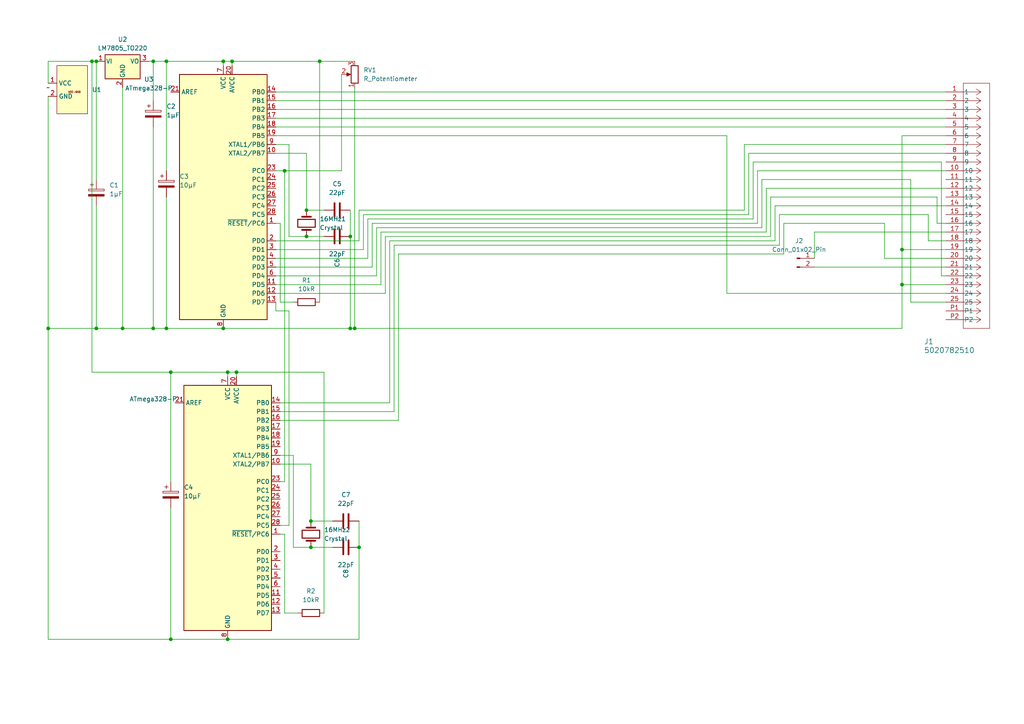
<source format=kicad_sch>
(kicad_sch (version 20230121) (generator eeschema)
  (paper "A4")
  (lib_symbols
    (symbol "2024-03-11_19-24-41:5020782510" (pin_names (offset 0.254))
      (property "Reference" "J" (at 8.89 6.35 0))
      (property "Value" "5020782510" (at -2.54 2.54 0))
      (symbol "5020782510_1_1"
        (polyline (pts (xy 5.08 -68.58) (xy 12.7 -68.58)) (stroke (width 0.127)))
        (polyline (pts (xy 5.08 2.54) (xy 5.08 -68.58)) (stroke (width 0.127)))
        (polyline (pts (xy 10.16 -66.04) (xy 5.08 -66.04)) (stroke (width 0.127)))
        (polyline (pts (xy 10.16 -66.04) (xy 8.89 -66.8867)) (stroke (width 0.127)))
        (polyline (pts (xy 10.16 -66.04) (xy 8.89 -65.1933)) (stroke (width 0.127)))
        (polyline (pts (xy 10.16 -63.5) (xy 5.08 -63.5)) (stroke (width 0.127)))
        (polyline (pts (xy 10.16 -63.5) (xy 8.89 -64.3467)) (stroke (width 0.127)))
        (polyline (pts (xy 10.16 -63.5) (xy 8.89 -62.6533)) (stroke (width 0.127)))
        (polyline (pts (xy 10.16 -60.96) (xy 5.08 -60.96)) (stroke (width 0.127)))
        (polyline (pts (xy 10.16 -60.96) (xy 8.89 -61.8067)) (stroke (width 0.127)))
        (polyline (pts (xy 10.16 -60.96) (xy 8.89 -60.1133)) (stroke (width 0.127)))
        (polyline (pts (xy 10.16 -58.42) (xy 5.08 -58.42)) (stroke (width 0.127)))
        (polyline (pts (xy 10.16 -58.42) (xy 8.89 -59.2667)) (stroke (width 0.127)))
        (polyline (pts (xy 10.16 -58.42) (xy 8.89 -57.5733)) (stroke (width 0.127)))
        (polyline (pts (xy 10.16 -55.88) (xy 5.08 -55.88)) (stroke (width 0.127)))
        (polyline (pts (xy 10.16 -55.88) (xy 8.89 -56.7267)) (stroke (width 0.127)))
        (polyline (pts (xy 10.16 -55.88) (xy 8.89 -55.0333)) (stroke (width 0.127)))
        (polyline (pts (xy 10.16 -53.34) (xy 5.08 -53.34)) (stroke (width 0.127)))
        (polyline (pts (xy 10.16 -53.34) (xy 8.89 -54.1867)) (stroke (width 0.127)))
        (polyline (pts (xy 10.16 -53.34) (xy 8.89 -52.4933)) (stroke (width 0.127)))
        (polyline (pts (xy 10.16 -50.8) (xy 5.08 -50.8)) (stroke (width 0.127)))
        (polyline (pts (xy 10.16 -50.8) (xy 8.89 -51.6467)) (stroke (width 0.127)))
        (polyline (pts (xy 10.16 -50.8) (xy 8.89 -49.9533)) (stroke (width 0.127)))
        (polyline (pts (xy 10.16 -48.26) (xy 5.08 -48.26)) (stroke (width 0.127)))
        (polyline (pts (xy 10.16 -48.26) (xy 8.89 -49.1067)) (stroke (width 0.127)))
        (polyline (pts (xy 10.16 -48.26) (xy 8.89 -47.4133)) (stroke (width 0.127)))
        (polyline (pts (xy 10.16 -45.72) (xy 5.08 -45.72)) (stroke (width 0.127)))
        (polyline (pts (xy 10.16 -45.72) (xy 8.89 -46.5667)) (stroke (width 0.127)))
        (polyline (pts (xy 10.16 -45.72) (xy 8.89 -44.8733)) (stroke (width 0.127)))
        (polyline (pts (xy 10.16 -43.18) (xy 5.08 -43.18)) (stroke (width 0.127)))
        (polyline (pts (xy 10.16 -43.18) (xy 8.89 -44.0267)) (stroke (width 0.127)))
        (polyline (pts (xy 10.16 -43.18) (xy 8.89 -42.3333)) (stroke (width 0.127)))
        (polyline (pts (xy 10.16 -40.64) (xy 5.08 -40.64)) (stroke (width 0.127)))
        (polyline (pts (xy 10.16 -40.64) (xy 8.89 -41.4867)) (stroke (width 0.127)))
        (polyline (pts (xy 10.16 -40.64) (xy 8.89 -39.7933)) (stroke (width 0.127)))
        (polyline (pts (xy 10.16 -38.1) (xy 5.08 -38.1)) (stroke (width 0.127)))
        (polyline (pts (xy 10.16 -38.1) (xy 8.89 -38.9467)) (stroke (width 0.127)))
        (polyline (pts (xy 10.16 -38.1) (xy 8.89 -37.2533)) (stroke (width 0.127)))
        (polyline (pts (xy 10.16 -35.56) (xy 5.08 -35.56)) (stroke (width 0.127)))
        (polyline (pts (xy 10.16 -35.56) (xy 8.89 -36.4067)) (stroke (width 0.127)))
        (polyline (pts (xy 10.16 -35.56) (xy 8.89 -34.7133)) (stroke (width 0.127)))
        (polyline (pts (xy 10.16 -33.02) (xy 5.08 -33.02)) (stroke (width 0.127)))
        (polyline (pts (xy 10.16 -33.02) (xy 8.89 -33.8667)) (stroke (width 0.127)))
        (polyline (pts (xy 10.16 -33.02) (xy 8.89 -32.1733)) (stroke (width 0.127)))
        (polyline (pts (xy 10.16 -30.48) (xy 5.08 -30.48)) (stroke (width 0.127)))
        (polyline (pts (xy 10.16 -30.48) (xy 8.89 -31.3267)) (stroke (width 0.127)))
        (polyline (pts (xy 10.16 -30.48) (xy 8.89 -29.6333)) (stroke (width 0.127)))
        (polyline (pts (xy 10.16 -27.94) (xy 5.08 -27.94)) (stroke (width 0.127)))
        (polyline (pts (xy 10.16 -27.94) (xy 8.89 -28.7867)) (stroke (width 0.127)))
        (polyline (pts (xy 10.16 -27.94) (xy 8.89 -27.0933)) (stroke (width 0.127)))
        (polyline (pts (xy 10.16 -25.4) (xy 5.08 -25.4)) (stroke (width 0.127)))
        (polyline (pts (xy 10.16 -25.4) (xy 8.89 -26.2467)) (stroke (width 0.127)))
        (polyline (pts (xy 10.16 -25.4) (xy 8.89 -24.5533)) (stroke (width 0.127)))
        (polyline (pts (xy 10.16 -22.86) (xy 5.08 -22.86)) (stroke (width 0.127)))
        (polyline (pts (xy 10.16 -22.86) (xy 8.89 -23.7067)) (stroke (width 0.127)))
        (polyline (pts (xy 10.16 -22.86) (xy 8.89 -22.0133)) (stroke (width 0.127)))
        (polyline (pts (xy 10.16 -20.32) (xy 5.08 -20.32)) (stroke (width 0.127)))
        (polyline (pts (xy 10.16 -20.32) (xy 8.89 -21.1667)) (stroke (width 0.127)))
        (polyline (pts (xy 10.16 -20.32) (xy 8.89 -19.4733)) (stroke (width 0.127)))
        (polyline (pts (xy 10.16 -17.78) (xy 5.08 -17.78)) (stroke (width 0.127)))
        (polyline (pts (xy 10.16 -17.78) (xy 8.89 -18.6267)) (stroke (width 0.127)))
        (polyline (pts (xy 10.16 -17.78) (xy 8.89 -16.9333)) (stroke (width 0.127)))
        (polyline (pts (xy 10.16 -15.24) (xy 5.08 -15.24)) (stroke (width 0.127)))
        (polyline (pts (xy 10.16 -15.24) (xy 8.89 -16.0867)) (stroke (width 0.127)))
        (polyline (pts (xy 10.16 -15.24) (xy 8.89 -14.3933)) (stroke (width 0.127)))
        (polyline (pts (xy 10.16 -12.7) (xy 5.08 -12.7)) (stroke (width 0.127)))
        (polyline (pts (xy 10.16 -12.7) (xy 8.89 -13.5467)) (stroke (width 0.127)))
        (polyline (pts (xy 10.16 -12.7) (xy 8.89 -11.8533)) (stroke (width 0.127)))
        (polyline (pts (xy 10.16 -10.16) (xy 5.08 -10.16)) (stroke (width 0.127)))
        (polyline (pts (xy 10.16 -10.16) (xy 8.89 -11.0067)) (stroke (width 0.127)))
        (polyline (pts (xy 10.16 -10.16) (xy 8.89 -9.3133)) (stroke (width 0.127)))
        (polyline (pts (xy 10.16 -7.62) (xy 5.08 -7.62)) (stroke (width 0.127)))
        (polyline (pts (xy 10.16 -7.62) (xy 8.89 -8.4667)) (stroke (width 0.127)))
        (polyline (pts (xy 10.16 -7.62) (xy 8.89 -6.7733)) (stroke (width 0.127)))
        (polyline (pts (xy 10.16 -5.08) (xy 5.08 -5.08)) (stroke (width 0.127)))
        (polyline (pts (xy 10.16 -5.08) (xy 8.89 -5.9267)) (stroke (width 0.127)))
        (polyline (pts (xy 10.16 -5.08) (xy 8.89 -4.2333)) (stroke (width 0.127)))
        (polyline (pts (xy 10.16 -2.54) (xy 5.08 -2.54)) (stroke (width 0.127)))
        (polyline (pts (xy 10.16 -2.54) (xy 8.89 -3.3867)) (stroke (width 0.127)))
        (polyline (pts (xy 10.16 -2.54) (xy 8.89 -1.6933)) (stroke (width 0.127)))
        (polyline (pts (xy 10.16 0) (xy 5.08 0)) (stroke (width 0.127)))
        (polyline (pts (xy 10.16 0) (xy 8.89 -0.8467)) (stroke (width 0.127)))
        (polyline (pts (xy 10.16 0) (xy 8.89 0.8467)) (stroke (width 0.127)))
        (polyline (pts (xy 12.7 -68.58) (xy 12.7 2.54)) (stroke (width 0.127)))
        (polyline (pts (xy 12.7 2.54) (xy 5.08 2.54)) (stroke (width 0.127)))
        (pin unspecified line (at 0 0 0) (length 5.08) (name "1") (number "1"))
        (pin unspecified line (at 0 -22.86 0) (length 5.08) (name "10") (number "10"))
        (pin unspecified line (at 0 -25.4 0) (length 5.08) (name "11") (number "11"))
        (pin unspecified line (at 0 -27.94 0) (length 5.08) (name "12") (number "12"))
        (pin unspecified line (at 0 -30.48 0) (length 5.08) (name "13") (number "13"))
        (pin unspecified line (at 0 -33.02 0) (length 5.08) (name "14") (number "14"))
        (pin unspecified line (at 0 -35.56 0) (length 5.08) (name "15") (number "15"))
        (pin unspecified line (at 0 -38.1 0) (length 5.08) (name "16") (number "16"))
        (pin unspecified line (at 0 -40.64 0) (length 5.08) (name "17") (number "17"))
        (pin unspecified line (at 0 -43.18 0) (length 5.08) (name "18") (number "18"))
        (pin unspecified line (at 0 -45.72 0) (length 5.08) (name "19") (number "19"))
        (pin unspecified line (at 0 -2.54 0) (length 5.08) (name "2") (number "2"))
        (pin unspecified line (at 0 -48.26 0) (length 5.08) (name "20") (number "20"))
        (pin unspecified line (at 0 -50.8 0) (length 5.08) (name "21") (number "21"))
        (pin unspecified line (at 0 -53.34 0) (length 5.08) (name "22") (number "22"))
        (pin unspecified line (at 0 -55.88 0) (length 5.08) (name "23") (number "23"))
        (pin unspecified line (at 0 -58.42 0) (length 5.08) (name "24") (number "24"))
        (pin unspecified line (at 0 -60.96 0) (length 5.08) (name "25") (number "25"))
        (pin unspecified line (at 0 -5.08 0) (length 5.08) (name "3") (number "3"))
        (pin unspecified line (at 0 -7.62 0) (length 5.08) (name "4") (number "4"))
        (pin unspecified line (at 0 -10.16 0) (length 5.08) (name "5") (number "5"))
        (pin unspecified line (at 0 -12.7 0) (length 5.08) (name "6") (number "6"))
        (pin unspecified line (at 0 -15.24 0) (length 5.08) (name "7") (number "7"))
        (pin unspecified line (at 0 -17.78 0) (length 5.08) (name "8") (number "8"))
        (pin unspecified line (at 0 -20.32 0) (length 5.08) (name "9") (number "9"))
        (pin unspecified line (at 0 -63.5 0) (length 5.08) (name "P1") (number "P1"))
        (pin unspecified line (at 0 -66.04 0) (length 5.08) (name "P2") (number "P2"))
      )
      (symbol "5020782510_1_2"
        (polyline (pts (xy 5.08 -68.58) (xy 12.7 -68.58)) (stroke (width 0.127)))
        (polyline (pts (xy 5.08 2.54) (xy 5.08 -68.58)) (stroke (width 0.127)))
        (polyline (pts (xy 7.62 -66.04) (xy 5.08 -66.04)) (stroke (width 0.127)))
        (polyline (pts (xy 7.62 -66.04) (xy 8.89 -66.8867)) (stroke (width 0.127)))
        (polyline (pts (xy 7.62 -66.04) (xy 8.89 -65.1933)) (stroke (width 0.127)))
        (polyline (pts (xy 7.62 -63.5) (xy 5.08 -63.5)) (stroke (width 0.127)))
        (polyline (pts (xy 7.62 -63.5) (xy 8.89 -64.3467)) (stroke (width 0.127)))
        (polyline (pts (xy 7.62 -63.5) (xy 8.89 -62.6533)) (stroke (width 0.127)))
        (polyline (pts (xy 7.62 -60.96) (xy 5.08 -60.96)) (stroke (width 0.127)))
        (polyline (pts (xy 7.62 -60.96) (xy 8.89 -61.8067)) (stroke (width 0.127)))
        (polyline (pts (xy 7.62 -60.96) (xy 8.89 -60.1133)) (stroke (width 0.127)))
        (polyline (pts (xy 7.62 -58.42) (xy 5.08 -58.42)) (stroke (width 0.127)))
        (polyline (pts (xy 7.62 -58.42) (xy 8.89 -59.2667)) (stroke (width 0.127)))
        (polyline (pts (xy 7.62 -58.42) (xy 8.89 -57.5733)) (stroke (width 0.127)))
        (polyline (pts (xy 7.62 -55.88) (xy 5.08 -55.88)) (stroke (width 0.127)))
        (polyline (pts (xy 7.62 -55.88) (xy 8.89 -56.7267)) (stroke (width 0.127)))
        (polyline (pts (xy 7.62 -55.88) (xy 8.89 -55.0333)) (stroke (width 0.127)))
        (polyline (pts (xy 7.62 -53.34) (xy 5.08 -53.34)) (stroke (width 0.127)))
        (polyline (pts (xy 7.62 -53.34) (xy 8.89 -54.1867)) (stroke (width 0.127)))
        (polyline (pts (xy 7.62 -53.34) (xy 8.89 -52.4933)) (stroke (width 0.127)))
        (polyline (pts (xy 7.62 -50.8) (xy 5.08 -50.8)) (stroke (width 0.127)))
        (polyline (pts (xy 7.62 -50.8) (xy 8.89 -51.6467)) (stroke (width 0.127)))
        (polyline (pts (xy 7.62 -50.8) (xy 8.89 -49.9533)) (stroke (width 0.127)))
        (polyline (pts (xy 7.62 -48.26) (xy 5.08 -48.26)) (stroke (width 0.127)))
        (polyline (pts (xy 7.62 -48.26) (xy 8.89 -49.1067)) (stroke (width 0.127)))
        (polyline (pts (xy 7.62 -48.26) (xy 8.89 -47.4133)) (stroke (width 0.127)))
        (polyline (pts (xy 7.62 -45.72) (xy 5.08 -45.72)) (stroke (width 0.127)))
        (polyline (pts (xy 7.62 -45.72) (xy 8.89 -46.5667)) (stroke (width 0.127)))
        (polyline (pts (xy 7.62 -45.72) (xy 8.89 -44.8733)) (stroke (width 0.127)))
        (polyline (pts (xy 7.62 -43.18) (xy 5.08 -43.18)) (stroke (width 0.127)))
        (polyline (pts (xy 7.62 -43.18) (xy 8.89 -44.0267)) (stroke (width 0.127)))
        (polyline (pts (xy 7.62 -43.18) (xy 8.89 -42.3333)) (stroke (width 0.127)))
        (polyline (pts (xy 7.62 -40.64) (xy 5.08 -40.64)) (stroke (width 0.127)))
        (polyline (pts (xy 7.62 -40.64) (xy 8.89 -41.4867)) (stroke (width 0.127)))
        (polyline (pts (xy 7.62 -40.64) (xy 8.89 -39.7933)) (stroke (width 0.127)))
        (polyline (pts (xy 7.62 -38.1) (xy 5.08 -38.1)) (stroke (width 0.127)))
        (polyline (pts (xy 7.62 -38.1) (xy 8.89 -38.9467)) (stroke (width 0.127)))
        (polyline (pts (xy 7.62 -38.1) (xy 8.89 -37.2533)) (stroke (width 0.127)))
        (polyline (pts (xy 7.62 -35.56) (xy 5.08 -35.56)) (stroke (width 0.127)))
        (polyline (pts (xy 7.62 -35.56) (xy 8.89 -36.4067)) (stroke (width 0.127)))
        (polyline (pts (xy 7.62 -35.56) (xy 8.89 -34.7133)) (stroke (width 0.127)))
        (polyline (pts (xy 7.62 -33.02) (xy 5.08 -33.02)) (stroke (width 0.127)))
        (polyline (pts (xy 7.62 -33.02) (xy 8.89 -33.8667)) (stroke (width 0.127)))
        (polyline (pts (xy 7.62 -33.02) (xy 8.89 -32.1733)) (stroke (width 0.127)))
        (polyline (pts (xy 7.62 -30.48) (xy 5.08 -30.48)) (stroke (width 0.127)))
        (polyline (pts (xy 7.62 -30.48) (xy 8.89 -31.3267)) (stroke (width 0.127)))
        (polyline (pts (xy 7.62 -30.48) (xy 8.89 -29.6333)) (stroke (width 0.127)))
        (polyline (pts (xy 7.62 -27.94) (xy 5.08 -27.94)) (stroke (width 0.127)))
        (polyline (pts (xy 7.62 -27.94) (xy 8.89 -28.7867)) (stroke (width 0.127)))
        (polyline (pts (xy 7.62 -27.94) (xy 8.89 -27.0933)) (stroke (width 0.127)))
        (polyline (pts (xy 7.62 -25.4) (xy 5.08 -25.4)) (stroke (width 0.127)))
        (polyline (pts (xy 7.62 -25.4) (xy 8.89 -26.2467)) (stroke (width 0.127)))
        (polyline (pts (xy 7.62 -25.4) (xy 8.89 -24.5533)) (stroke (width 0.127)))
        (polyline (pts (xy 7.62 -22.86) (xy 5.08 -22.86)) (stroke (width 0.127)))
        (polyline (pts (xy 7.62 -22.86) (xy 8.89 -23.7067)) (stroke (width 0.127)))
        (polyline (pts (xy 7.62 -22.86) (xy 8.89 -22.0133)) (stroke (width 0.127)))
        (polyline (pts (xy 7.62 -20.32) (xy 5.08 -20.32)) (stroke (width 0.127)))
        (polyline (pts (xy 7.62 -20.32) (xy 8.89 -21.1667)) (stroke (width 0.127)))
        (polyline (pts (xy 7.62 -20.32) (xy 8.89 -19.4733)) (stroke (width 0.127)))
        (polyline (pts (xy 7.62 -17.78) (xy 5.08 -17.78)) (stroke (width 0.127)))
        (polyline (pts (xy 7.62 -17.78) (xy 8.89 -18.6267)) (stroke (width 0.127)))
        (polyline (pts (xy 7.62 -17.78) (xy 8.89 -16.9333)) (stroke (width 0.127)))
        (polyline (pts (xy 7.62 -15.24) (xy 5.08 -15.24)) (stroke (width 0.127)))
        (polyline (pts (xy 7.62 -15.24) (xy 8.89 -16.0867)) (stroke (width 0.127)))
        (polyline (pts (xy 7.62 -15.24) (xy 8.89 -14.3933)) (stroke (width 0.127)))
        (polyline (pts (xy 7.62 -12.7) (xy 5.08 -12.7)) (stroke (width 0.127)))
        (polyline (pts (xy 7.62 -12.7) (xy 8.89 -13.5467)) (stroke (width 0.127)))
        (polyline (pts (xy 7.62 -12.7) (xy 8.89 -11.8533)) (stroke (width 0.127)))
        (polyline (pts (xy 7.62 -10.16) (xy 5.08 -10.16)) (stroke (width 0.127)))
        (polyline (pts (xy 7.62 -10.16) (xy 8.89 -11.0067)) (stroke (width 0.127)))
        (polyline (pts (xy 7.62 -10.16) (xy 8.89 -9.3133)) (stroke (width 0.127)))
        (polyline (pts (xy 7.62 -7.62) (xy 5.08 -7.62)) (stroke (width 0.127)))
        (polyline (pts (xy 7.62 -7.62) (xy 8.89 -8.4667)) (stroke (width 0.127)))
        (polyline (pts (xy 7.62 -7.62) (xy 8.89 -6.7733)) (stroke (width 0.127)))
        (polyline (pts (xy 7.62 -5.08) (xy 5.08 -5.08)) (stroke (width 0.127)))
        (polyline (pts (xy 7.62 -5.08) (xy 8.89 -5.9267)) (stroke (width 0.127)))
        (polyline (pts (xy 7.62 -5.08) (xy 8.89 -4.2333)) (stroke (width 0.127)))
        (polyline (pts (xy 7.62 -2.54) (xy 5.08 -2.54)) (stroke (width 0.127)))
        (polyline (pts (xy 7.62 -2.54) (xy 8.89 -3.3867)) (stroke (width 0.127)))
        (polyline (pts (xy 7.62 -2.54) (xy 8.89 -1.6933)) (stroke (width 0.127)))
        (polyline (pts (xy 7.62 0) (xy 5.08 0)) (stroke (width 0.127)))
        (polyline (pts (xy 7.62 0) (xy 8.89 -0.8467)) (stroke (width 0.127)))
        (polyline (pts (xy 7.62 0) (xy 8.89 0.8467)) (stroke (width 0.127)))
        (polyline (pts (xy 12.7 -68.58) (xy 12.7 2.54)) (stroke (width 0.127)))
        (polyline (pts (xy 12.7 2.54) (xy 5.08 2.54)) (stroke (width 0.127)))
        (pin unspecified line (at 0 0 0) (length 5.08) (name "1") (number "1"))
        (pin unspecified line (at 0 -22.86 0) (length 5.08) (name "10") (number "10"))
        (pin unspecified line (at 0 -25.4 0) (length 5.08) (name "11") (number "11"))
        (pin unspecified line (at 0 -27.94 0) (length 5.08) (name "12") (number "12"))
        (pin unspecified line (at 0 -30.48 0) (length 5.08) (name "13") (number "13"))
        (pin unspecified line (at 0 -33.02 0) (length 5.08) (name "14") (number "14"))
        (pin unspecified line (at 0 -35.56 0) (length 5.08) (name "15") (number "15"))
        (pin unspecified line (at 0 -38.1 0) (length 5.08) (name "16") (number "16"))
        (pin unspecified line (at 0 -40.64 0) (length 5.08) (name "17") (number "17"))
        (pin unspecified line (at 0 -43.18 0) (length 5.08) (name "18") (number "18"))
        (pin unspecified line (at 0 -45.72 0) (length 5.08) (name "19") (number "19"))
        (pin unspecified line (at 0 -2.54 0) (length 5.08) (name "2") (number "2"))
        (pin unspecified line (at 0 -48.26 0) (length 5.08) (name "20") (number "20"))
        (pin unspecified line (at 0 -50.8 0) (length 5.08) (name "21") (number "21"))
        (pin unspecified line (at 0 -53.34 0) (length 5.08) (name "22") (number "22"))
        (pin unspecified line (at 0 -55.88 0) (length 5.08) (name "23") (number "23"))
        (pin unspecified line (at 0 -58.42 0) (length 5.08) (name "24") (number "24"))
        (pin unspecified line (at 0 -60.96 0) (length 5.08) (name "25") (number "25"))
        (pin unspecified line (at 0 -5.08 0) (length 5.08) (name "3") (number "3"))
        (pin unspecified line (at 0 -7.62 0) (length 5.08) (name "4") (number "4"))
        (pin unspecified line (at 0 -10.16 0) (length 5.08) (name "5") (number "5"))
        (pin unspecified line (at 0 -12.7 0) (length 5.08) (name "6") (number "6"))
        (pin unspecified line (at 0 -15.24 0) (length 5.08) (name "7") (number "7"))
        (pin unspecified line (at 0 -17.78 0) (length 5.08) (name "8") (number "8"))
        (pin unspecified line (at 0 -20.32 0) (length 5.08) (name "9") (number "9"))
        (pin unspecified line (at 0 -63.5 0) (length 5.08) (name "P1") (number "P1"))
        (pin unspecified line (at 0 -66.04 0) (length 5.08) (name "P2") (number "P2"))
      )
    )
    (symbol "Connector:Conn_01x02_Pin" (pin_names (offset 1.016) hide)
      (property "Reference" "J" (at 0 2.54 0))
      (property "Value" "Conn_01x02_Pin" (at 0 -5.08 0))
      (symbol "Conn_01x02_Pin_1_1"
        (polyline (pts (xy 1.27 -2.54) (xy 0.8636 -2.54)) (stroke (width 0.1524)))
        (polyline (pts (xy 1.27 0) (xy 0.8636 0)) (stroke (width 0.1524)))
        (rectangle (start 0.8636 -2.413) (end 0 -2.667) (stroke (width 0.1524)) (fill (type outline)))
        (rectangle (start 0.8636 0.127) (end 0 -0.127) (stroke (width 0.1524)) (fill (type outline)))
        (pin passive line (at 5.08 0 180) (length 3.81) (name "Pin_1") (number "1"))
        (pin passive line (at 5.08 -2.54 180) (length 3.81) (name "Pin_2") (number "2"))
      )
    )
    (symbol "Custom_Symbol_Lib:Power-Source"
      (property "Reference" "U" (at 0 0 0))
      (symbol "Power-Source_1_1"
        (rectangle (start 2.54 6.35) (end 11.43 -7.62) (fill (type background)))
        (text "VCC-GND" (at 7.62 -1.27 0) (effects (font (size 0.5 0.5))))
        (pin power_in line (at 0 1.27 0) (length 2.54) (name "VCC") (number "1"))
        (pin power_out line (at 0 -2.54 0) (length 2.54) (name "GND") (number "2"))
      )
    )
    (symbol "Device:C" (pin_numbers hide) (pin_names (offset 0.254))
      (property "Reference" "C" (at 0.635 2.54 0))
      (property "Value" "C" (at 0.635 -2.54 0))
      (symbol "C_0_1"
        (polyline (pts (xy -2.032 -0.762) (xy 2.032 -0.762)) (stroke (width 0.508)))
        (polyline (pts (xy -2.032 0.762) (xy 2.032 0.762)) (stroke (width 0.508)))
      )
      (symbol "C_1_1"
        (pin passive line (at 0 3.81 270) (length 2.794) (name "~") (number "1"))
        (pin passive line (at 0 -3.81 90) (length 2.794) (name "~") (number "2"))
      )
    )
    (symbol "Device:C_Polarized" (pin_numbers hide) (pin_names (offset 0.254))
      (property "Reference" "C" (at 0.635 2.54 0))
      (property "Value" "C_Polarized" (at 0.635 -2.54 0))
      (symbol "C_Polarized_0_1"
        (rectangle (start -2.286 0.508) (end 2.286 1.016))
        (polyline (pts (xy -1.778 2.286) (xy -0.762 2.286)))
        (polyline (pts (xy -1.27 2.794) (xy -1.27 1.778)))
        (rectangle (start 2.286 -0.508) (end -2.286 -1.016) (fill (type outline)))
      )
      (symbol "C_Polarized_1_1"
        (pin passive line (at 0 3.81 270) (length 2.794) (name "~") (number "1"))
        (pin passive line (at 0 -3.81 90) (length 2.794) (name "~") (number "2"))
      )
    )
    (symbol "Device:Crystal" (pin_numbers hide) (pin_names (offset 1.016) hide)
      (property "Reference" "Y" (at 0 3.81 0))
      (property "Value" "Crystal" (at 0 -3.81 0))
      (symbol "Crystal_0_1"
        (rectangle (start -1.143 2.54) (end 1.143 -2.54) (stroke (width 0.3048)))
        (polyline (pts (xy -2.54 0) (xy -1.905 0)))
        (polyline (pts (xy -1.905 -1.27) (xy -1.905 1.27)) (stroke (width 0.508)))
        (polyline (pts (xy 1.905 -1.27) (xy 1.905 1.27)) (stroke (width 0.508)))
        (polyline (pts (xy 2.54 0) (xy 1.905 0)))
      )
      (symbol "Crystal_1_1"
        (pin passive line (at -3.81 0 0) (length 1.27) (name "1") (number "1"))
        (pin passive line (at 3.81 0 180) (length 1.27) (name "2") (number "2"))
      )
    )
    (symbol "Device:R" (pin_numbers hide) (pin_names (offset 0))
      (property "Reference" "R" (at 2.032 0 90))
      (property "Value" "R" (at 0 0 90))
      (symbol "R_0_1"
        (rectangle (start -1.016 -2.54) (end 1.016 2.54) (stroke (width 0.254)))
      )
      (symbol "R_1_1"
        (pin passive line (at 0 3.81 270) (length 1.27) (name "~") (number "1"))
        (pin passive line (at 0 -3.81 90) (length 1.27) (name "~") (number "2"))
      )
    )
    (symbol "Device:R_Potentiometer" (pin_names (offset 1.016) hide)
      (property "Reference" "RV" (at -4.445 0 90))
      (property "Value" "R_Potentiometer" (at -2.54 0 90))
      (symbol "R_Potentiometer_0_1"
        (polyline (pts (xy 2.54 0) (xy 1.524 0)))
        (polyline (pts (xy 1.143 0) (xy 2.286 0.508) (xy 2.286 -0.508) (xy 1.143 0)) (fill (type outline)))
        (rectangle (start 1.016 2.54) (end -1.016 -2.54) (stroke (width 0.254)))
      )
      (symbol "R_Potentiometer_1_1"
        (pin passive line (at 0 3.81 270) (length 1.27) (name "1") (number "1"))
        (pin passive line (at 3.81 0 180) (length 1.27) (name "2") (number "2"))
        (pin passive line (at 0 -3.81 90) (length 1.27) (name "3") (number "3"))
      )
    )
    (symbol "MCU_Microchip_ATmega:ATmega328-P"
      (property "Reference" "U" (at -12.7 36.83 0))
      (property "Value" "ATmega328-P" (at 2.54 -36.83 0))
      (symbol "ATmega328-P_0_1"
        (rectangle (start -12.7 -35.56) (end 12.7 35.56) (stroke (width 0.254)) (fill (type background)))
      )
      (symbol "ATmega328-P_1_1"
        (pin bidirectional line (at 15.24 -7.62 180) (length 2.54) (name "~{RESET}/PC6") (number "1"))
        (pin bidirectional line (at 15.24 12.7 180) (length 2.54) (name "XTAL2/PB7") (number "10"))
        (pin bidirectional line (at 15.24 -25.4 180) (length 2.54) (name "PD5") (number "11"))
        (pin bidirectional line (at 15.24 -27.94 180) (length 2.54) (name "PD6") (number "12"))
        (pin bidirectional line (at 15.24 -30.48 180) (length 2.54) (name "PD7") (number "13"))
        (pin bidirectional line (at 15.24 30.48 180) (length 2.54) (name "PB0") (number "14"))
        (pin bidirectional line (at 15.24 27.94 180) (length 2.54) (name "PB1") (number "15"))
        (pin bidirectional line (at 15.24 25.4 180) (length 2.54) (name "PB2") (number "16"))
        (pin bidirectional line (at 15.24 22.86 180) (length 2.54) (name "PB3") (number "17"))
        (pin bidirectional line (at 15.24 20.32 180) (length 2.54) (name "PB4") (number "18"))
        (pin bidirectional line (at 15.24 17.78 180) (length 2.54) (name "PB5") (number "19"))
        (pin bidirectional line (at 15.24 -12.7 180) (length 2.54) (name "PD0") (number "2"))
        (pin power_in line (at 2.54 38.1 270) (length 2.54) (name "AVCC") (number "20"))
        (pin passive line (at -15.24 30.48 0) (length 2.54) (name "AREF") (number "21"))
        (pin passive line (at 0 -38.1 90) (length 2.54) hide (name "GND") (number "22"))
        (pin bidirectional line (at 15.24 7.62 180) (length 2.54) (name "PC0") (number "23"))
        (pin bidirectional line (at 15.24 5.08 180) (length 2.54) (name "PC1") (number "24"))
        (pin bidirectional line (at 15.24 2.54 180) (length 2.54) (name "PC2") (number "25"))
        (pin bidirectional line (at 15.24 0 180) (length 2.54) (name "PC3") (number "26"))
        (pin bidirectional line (at 15.24 -2.54 180) (length 2.54) (name "PC4") (number "27"))
        (pin bidirectional line (at 15.24 -5.08 180) (length 2.54) (name "PC5") (number "28"))
        (pin bidirectional line (at 15.24 -15.24 180) (length 2.54) (name "PD1") (number "3"))
        (pin bidirectional line (at 15.24 -17.78 180) (length 2.54) (name "PD2") (number "4"))
        (pin bidirectional line (at 15.24 -20.32 180) (length 2.54) (name "PD3") (number "5"))
        (pin bidirectional line (at 15.24 -22.86 180) (length 2.54) (name "PD4") (number "6"))
        (pin power_in line (at 0 38.1 270) (length 2.54) (name "VCC") (number "7"))
        (pin power_in line (at 0 -38.1 90) (length 2.54) (name "GND") (number "8"))
        (pin bidirectional line (at 15.24 15.24 180) (length 2.54) (name "XTAL1/PB6") (number "9"))
      )
    )
    (symbol "Regulator_Linear:LM7805_TO220" (pin_names (offset 0.254))
      (property "Reference" "U" (at -3.81 3.175 0))
      (property "Value" "LM7805_TO220" (at 0 3.175 0))
      (symbol "LM7805_TO220_0_1"
        (rectangle (start -5.08 1.905) (end 5.08 -5.08) (stroke (width 0.254)) (fill (type background)))
      )
      (symbol "LM7805_TO220_1_1"
        (pin power_in line (at -7.62 0 0) (length 2.54) (name "VI") (number "1"))
        (pin power_in line (at 0 -7.62 90) (length 2.54) (name "GND") (number "2"))
        (pin power_out line (at 7.62 0 180) (length 2.54) (name "VO") (number "3"))
      )
    )
  )
  (junction (at 35.56 95.25))
  (junction (at 88.9 60.96))
  (junction (at 90.17 151.13))
  (junction (at 64.77 95.25))
  (junction (at 64.77 17.78))
  (junction (at 82.55 49.53))
  (junction (at 88.9 68.58))
  (junction (at 44.45 95.25))
  (junction (at 49.53 185.42))
  (junction (at 48.26 17.78))
  (junction (at 68.58 107.95))
  (junction (at 261.62 72.39))
  (junction (at 66.04 107.95))
  (junction (at 13.97 95.25))
  (junction (at 66.04 185.42))
  (junction (at 261.62 82.55))
  (junction (at 26.67 17.78))
  (junction (at 104.14 158.75))
  (junction (at 90.17 158.75))
  (junction (at 27.94 17.78))
  (junction (at 44.45 17.78))
  (junction (at 101.6 68.58))
  (junction (at 48.26 95.25))
  (junction (at 101.6 95.25))
  (junction (at 67.31 17.78))
  (junction (at 102.87 95.25))
  (junction (at 27.94 95.25))
  (junction (at 49.53 107.95))
  (junction (at 92.71 17.78))
  (wire (pts (xy 27.94 17.78) (xy 27.94 52.07)))
  (wire (pts (xy 64.77 17.78) (xy 64.77 19.05)))
  (wire (pts (xy 82.55 177.8) (xy 86.36 177.8)))
  (wire (pts (xy 222.25 67.31) (xy 222.25 54.61)))
  (wire (pts (xy 88.9 60.96) (xy 88.9 44.45)))
  (wire (pts (xy 67.31 17.78) (xy 92.71 17.78)))
  (wire (pts (xy 215.9 41.91) (xy 274.32 41.91)))
  (wire (pts (xy 114.3 119.38) (xy 114.3 71.12)))
  (wire (pts (xy 215.9 60.96) (xy 215.9 41.91)))
  (wire (pts (xy 102.87 25.4) (xy 102.87 95.25)))
  (wire (pts (xy 83.82 90.17) (xy 80.01 90.17)))
  (wire (pts (xy 48.26 17.78) (xy 64.77 17.78)))
  (wire (pts (xy 104.14 151.13) (xy 104.14 158.75)))
  (wire (pts (xy 110.49 82.55) (xy 110.49 67.31)))
  (wire (pts (xy 219.71 49.53) (xy 274.32 49.53)))
  (wire (pts (xy 81.28 119.38) (xy 114.3 119.38)))
  (wire (pts (xy 227.33 64.77) (xy 227.33 73.66)))
  (wire (pts (xy 35.56 95.25) (xy 44.45 95.25)))
  (wire (pts (xy 83.82 41.91) (xy 83.82 68.58)))
  (wire (pts (xy 223.52 68.58) (xy 223.52 57.15)))
  (wire (pts (xy 223.52 57.15) (xy 271.78 57.15)))
  (wire (pts (xy 90.17 158.75) (xy 96.52 158.75)))
  (wire (pts (xy 218.44 63.5) (xy 218.44 46.99)))
  (wire (pts (xy 66.04 185.42) (xy 104.14 185.42)))
  (wire (pts (xy 271.78 64.77) (xy 274.32 64.77)))
  (wire (pts (xy 88.9 68.58) (xy 93.98 68.58)))
  (wire (pts (xy 224.79 59.69) (xy 274.32 59.69)))
  (wire (pts (xy 269.24 69.85) (xy 269.24 62.23)))
  (wire (pts (xy 80.01 72.39) (xy 105.41 72.39)))
  (wire (pts (xy 218.44 46.99) (xy 273.05 46.99)))
  (wire (pts (xy 236.22 74.93) (xy 236.22 67.31)))
  (wire (pts (xy 102.87 95.25) (xy 261.62 95.25)))
  (wire (pts (xy 107.95 64.77) (xy 219.71 64.77)))
  (wire (pts (xy 92.71 17.78) (xy 102.87 17.78)))
  (wire (pts (xy 85.09 132.08) (xy 85.09 158.75)))
  (wire (pts (xy 80.01 49.53) (xy 82.55 49.53)))
  (wire (pts (xy 26.67 17.78) (xy 26.67 107.95)))
  (wire (pts (xy 104.14 60.96) (xy 215.9 60.96)))
  (wire (pts (xy 80.01 82.55) (xy 110.49 82.55)))
  (wire (pts (xy 88.9 60.96) (xy 93.98 60.96)))
  (wire (pts (xy 80.01 74.93) (xy 106.68 74.93)))
  (wire (pts (xy 261.62 82.55) (xy 274.32 82.55)))
  (wire (pts (xy 81.28 139.7) (xy 82.55 139.7)))
  (wire (pts (xy 49.53 185.42) (xy 66.04 185.42)))
  (wire (pts (xy 49.53 147.32) (xy 49.53 185.42)))
  (wire (pts (xy 80.01 69.85) (xy 104.14 69.85)))
  (wire (pts (xy 219.71 64.77) (xy 219.71 49.53)))
  (wire (pts (xy 43.18 17.78) (xy 44.45 17.78)))
  (wire (pts (xy 217.17 44.45) (xy 274.32 44.45)))
  (wire (pts (xy 264.16 87.63) (xy 274.32 87.63)))
  (wire (pts (xy 104.14 69.85) (xy 104.14 60.96)))
  (wire (pts (xy 83.82 152.4) (xy 83.82 90.17)))
  (wire (pts (xy 106.68 74.93) (xy 106.68 63.5)))
  (wire (pts (xy 274.32 69.85) (xy 269.24 69.85)))
  (wire (pts (xy 80.01 26.67) (xy 274.32 26.67)))
  (wire (pts (xy 261.62 72.39) (xy 261.62 82.55)))
  (wire (pts (xy 210.82 85.09) (xy 274.32 85.09)))
  (wire (pts (xy 13.97 24.13) (xy 13.97 17.78)))
  (wire (pts (xy 64.77 95.25) (xy 101.6 95.25)))
  (wire (pts (xy 81.28 154.94) (xy 82.55 154.94)))
  (wire (pts (xy 109.22 80.01) (xy 109.22 66.04)))
  (wire (pts (xy 226.06 71.12) (xy 226.06 62.23)))
  (wire (pts (xy 81.28 116.84) (xy 113.03 116.84)))
  (wire (pts (xy 261.62 39.37) (xy 261.62 72.39)))
  (wire (pts (xy 80.01 87.63) (xy 80.01 90.17)))
  (wire (pts (xy 80.01 34.29) (xy 274.32 34.29)))
  (wire (pts (xy 81.28 152.4) (xy 83.82 152.4)))
  (wire (pts (xy 224.79 69.85) (xy 224.79 59.69)))
  (wire (pts (xy 81.28 121.92) (xy 115.57 121.92)))
  (wire (pts (xy 81.28 87.63) (xy 85.09 87.63)))
  (wire (pts (xy 13.97 17.78) (xy 26.67 17.78)))
  (wire (pts (xy 80.01 29.21) (xy 274.32 29.21)))
  (wire (pts (xy 236.22 67.31) (xy 274.32 67.31)))
  (wire (pts (xy 114.3 71.12) (xy 226.06 71.12)))
  (wire (pts (xy 90.17 134.62) (xy 81.28 134.62)))
  (wire (pts (xy 256.54 64.77) (xy 256.54 74.93)))
  (wire (pts (xy 227.33 64.77) (xy 256.54 64.77)))
  (wire (pts (xy 107.95 77.47) (xy 107.95 64.77)))
  (wire (pts (xy 99.06 49.53) (xy 99.06 21.59)))
  (wire (pts (xy 26.67 17.78) (xy 27.94 17.78)))
  (wire (pts (xy 104.14 158.75) (xy 104.14 185.42)))
  (wire (pts (xy 68.58 107.95) (xy 93.98 107.95)))
  (wire (pts (xy 49.53 107.95) (xy 49.53 139.7)))
  (wire (pts (xy 68.58 107.95) (xy 68.58 109.22)))
  (wire (pts (xy 67.31 17.78) (xy 67.31 19.05)))
  (wire (pts (xy 261.62 82.55) (xy 261.62 95.25)))
  (wire (pts (xy 115.57 73.66) (xy 115.57 121.92)))
  (wire (pts (xy 101.6 68.58) (xy 101.6 95.25)))
  (wire (pts (xy 66.04 107.95) (xy 66.04 109.22)))
  (wire (pts (xy 80.01 80.01) (xy 109.22 80.01)))
  (wire (pts (xy 92.71 17.78) (xy 92.71 87.63)))
  (wire (pts (xy 110.49 67.31) (xy 222.25 67.31)))
  (wire (pts (xy 82.55 49.53) (xy 99.06 49.53)))
  (wire (pts (xy 44.45 95.25) (xy 48.26 95.25)))
  (wire (pts (xy 85.09 158.75) (xy 90.17 158.75)))
  (wire (pts (xy 44.45 17.78) (xy 44.45 29.21)))
  (wire (pts (xy 82.55 49.53) (xy 82.55 139.7)))
  (wire (pts (xy 13.97 27.94) (xy 13.97 95.25)))
  (wire (pts (xy 81.28 132.08) (xy 85.09 132.08)))
  (wire (pts (xy 113.03 116.84) (xy 113.03 69.85)))
  (wire (pts (xy 101.6 95.25) (xy 102.87 95.25)))
  (wire (pts (xy 88.9 44.45) (xy 80.01 44.45)))
  (wire (pts (xy 264.16 52.07) (xy 264.16 87.63)))
  (wire (pts (xy 105.41 72.39) (xy 105.41 62.23)))
  (wire (pts (xy 261.62 72.39) (xy 274.32 72.39)))
  (wire (pts (xy 90.17 151.13) (xy 90.17 134.62)))
  (wire (pts (xy 13.97 95.25) (xy 27.94 95.25)))
  (wire (pts (xy 226.06 62.23) (xy 269.24 62.23)))
  (wire (pts (xy 80.01 85.09) (xy 111.76 85.09)))
  (wire (pts (xy 210.82 39.37) (xy 210.82 85.09)))
  (wire (pts (xy 80.01 31.75) (xy 274.32 31.75)))
  (wire (pts (xy 271.78 57.15) (xy 271.78 64.77)))
  (wire (pts (xy 222.25 54.61) (xy 274.32 54.61)))
  (wire (pts (xy 80.01 36.83) (xy 274.32 36.83)))
  (wire (pts (xy 80.01 64.77) (xy 81.28 64.77)))
  (wire (pts (xy 236.22 77.47) (xy 274.32 77.47)))
  (wire (pts (xy 101.6 60.96) (xy 101.6 68.58)))
  (wire (pts (xy 13.97 95.25) (xy 13.97 185.42)))
  (wire (pts (xy 81.28 64.77) (xy 81.28 87.63)))
  (wire (pts (xy 48.26 57.15) (xy 48.26 95.25)))
  (wire (pts (xy 105.41 62.23) (xy 217.17 62.23)))
  (wire (pts (xy 217.17 62.23) (xy 217.17 44.45)))
  (wire (pts (xy 261.62 39.37) (xy 274.32 39.37)))
  (wire (pts (xy 83.82 68.58) (xy 88.9 68.58)))
  (wire (pts (xy 273.05 80.01) (xy 273.05 46.99)))
  (wire (pts (xy 113.03 69.85) (xy 224.79 69.85)))
  (wire (pts (xy 256.54 74.93) (xy 274.32 74.93)))
  (wire (pts (xy 26.67 107.95) (xy 49.53 107.95)))
  (wire (pts (xy 111.76 85.09) (xy 111.76 68.58)))
  (wire (pts (xy 93.98 107.95) (xy 93.98 177.8)))
  (wire (pts (xy 49.53 107.95) (xy 66.04 107.95)))
  (wire (pts (xy 220.98 66.04) (xy 220.98 52.07)))
  (wire (pts (xy 220.98 52.07) (xy 264.16 52.07)))
  (wire (pts (xy 44.45 17.78) (xy 48.26 17.78)))
  (wire (pts (xy 44.45 36.83) (xy 44.45 95.25)))
  (wire (pts (xy 64.77 17.78) (xy 67.31 17.78)))
  (wire (pts (xy 48.26 95.25) (xy 64.77 95.25)))
  (wire (pts (xy 80.01 77.47) (xy 107.95 77.47)))
  (wire (pts (xy 111.76 68.58) (xy 223.52 68.58)))
  (wire (pts (xy 80.01 39.37) (xy 210.82 39.37)))
  (wire (pts (xy 35.56 25.4) (xy 35.56 95.25)))
  (wire (pts (xy 106.68 63.5) (xy 218.44 63.5)))
  (wire (pts (xy 274.32 80.01) (xy 273.05 80.01)))
  (wire (pts (xy 66.04 107.95) (xy 68.58 107.95)))
  (wire (pts (xy 82.55 154.94) (xy 82.55 177.8)))
  (wire (pts (xy 48.26 17.78) (xy 48.26 49.53)))
  (wire (pts (xy 227.33 73.66) (xy 115.57 73.66)))
  (wire (pts (xy 27.94 59.69) (xy 27.94 95.25)))
  (wire (pts (xy 80.01 41.91) (xy 83.82 41.91)))
  (wire (pts (xy 27.94 95.25) (xy 35.56 95.25)))
  (wire (pts (xy 109.22 66.04) (xy 220.98 66.04)))
  (wire (pts (xy 90.17 151.13) (xy 96.52 151.13)))
  (wire (pts (xy 13.97 185.42) (xy 49.53 185.42)))
  (symbol (lib_id "2024-03-11_19-24-41:5020782510") (at 274.32 26.67 0) (unit 1)
    (property "Reference" "J1" (at 267.97 99.06 0) (effects (font (size 1.524 1.524)) (justify left)))
    (property "Value" "5020782510" (at 267.97 101.6 0) (effects (font (size 1.524 1.524)) (justify left)))
    (property "Footprint" "CON_5020782510" (effects hide))
    (property "Datasheet" "5020782510" (effects hide))
  )
  (symbol (lib_id "Device:C_Polarized") (at 44.45 33.02 0) (unit 1)
    (property "Reference" "C2" (at 48.26 30.861 0) (effects (justify left)))
    (property "Value" "1µF" (at 48.26 33.401 0) (effects (justify left)))
    (property "Footprint" "custom:capacitor" (effects hide))
  )
  (symbol (lib_id "Device:R") (at 90.17 177.8 90) (unit 1)
    (property "Reference" "R2" (at 90.17 171.45 90))
    (property "Value" "10kR" (at 90.17 173.99 90))
    (property "Footprint" "custom:R" (effects hide))
  )
  (symbol (lib_id "Custom_Symbol_Lib:Power-Source") (at 13.97 25.4 0) (unit 1)
    (property "Reference" "U1" (at 26.67 26.035 0) (effects (justify left)))
    (property "Value" "~" (at 13.97 25.4 0))
    (property "Footprint" "custom:power" (effects hide))
  )
  (symbol (lib_id "Device:C_Polarized") (at 49.53 143.51 0) (unit 1)
    (property "Reference" "C4" (at 53.34 141.351 0) (effects (justify left)))
    (property "Value" "10µF" (at 53.34 143.891 0) (effects (justify left)))
    (property "Footprint" "custom:capacitor" (effects hide))
  )
  (symbol (lib_id "Connector:Conn_01x02_Pin") (at 231.14 74.93 0) (unit 1)
    (property "Reference" "J2" (at 231.775 69.85 0))
    (property "Value" "Conn_01x02_Pin" (at 231.775 72.39 0))
    (property "Footprint" "custom:pinHeader" (effects hide))
  )
  (symbol (lib_id "MCU_Microchip_ATmega:ATmega328-P") (at 66.04 147.32 0) (unit 1)
    (property "Reference" "U4" (effects hide))
    (property "Value" "ATmega328-P" (at 44.45 115.7321 0))
    (property "Footprint" "Package_DIP:DIP-28_W7.62mm_Socket" (effects hide))
    (property "Datasheet" "http://ww1.microchip.com/downloads/en/DeviceDoc/ATmega328_P%20AVR%20MCU%20with%20picoPower%20Technology%20Data%20Sheet%2040001984A.pdf" (effects hide))
  )
  (symbol (lib_id "MCU_Microchip_ATmega:ATmega328-P") (at 64.77 57.15 0) (unit 1)
    (property "Reference" "U3" (at 43.18 23.0221 0))
    (property "Value" "ATmega328-P" (at 43.18 25.5621 0))
    (property "Footprint" "Package_DIP:DIP-28_W7.62mm_Socket" (effects hide))
    (property "Datasheet" "http://ww1.microchip.com/downloads/en/DeviceDoc/ATmega328_P%20AVR%20MCU%20with%20picoPower%20Technology%20Data%20Sheet%2040001984A.pdf" (effects hide))
  )
  (symbol (lib_id "Regulator_Linear:LM7805_TO220") (at 35.56 17.78 0) (unit 1)
    (property "Reference" "U2" (at 35.56 11.43 0))
    (property "Value" "LM7805_TO220" (at 35.56 13.97 0))
    (property "Footprint" "Package_TO_SOT_THT:TO-220-3_Vertical" (effects hide))
    (property "Datasheet" "https://www.onsemi.cn/PowerSolutions/document/MC7800-D.PDF" (effects hide))
  )
  (symbol (lib_id "Device:C") (at 100.33 151.13 90) (unit 1) (in_bom no)
    (property "Reference" "C7" (at 100.33 143.51 90))
    (property "Value" "22pF" (at 100.33 146.05 90))
    (property "Footprint" "custom:capacitor" (effects hide))
  )
  (symbol (lib_id "Device:Crystal") (at 90.17 154.94 90) (unit 1)
    (property "Reference" "16MHz2" (at 93.98 153.67 90) (effects (justify right)))
    (property "Value" "Crystal" (at 93.98 156.21 90) (effects (justify right)))
    (property "Footprint" "Crystal:Crystal_HC49-4H_Vertical" (effects hide))
  )
  (symbol (lib_id "Device:C") (at 97.79 68.58 90) (unit 1)
    (property "Reference" "C6" (at 97.79 76.2 0))
    (property "Value" "22pF" (at 97.79 73.66 90))
    (property "Footprint" "custom:capacitor" (effects hide))
  )
  (symbol (lib_id "Device:R_Potentiometer") (at 102.87 21.59 180) (unit 1)
    (property "Reference" "RV1" (at 105.41 20.32 0) (effects (justify right)))
    (property "Value" "R_Potentiometer" (at 105.41 22.86 0) (effects (justify right)))
    (property "Footprint" "Potentiometer_THT:Potentiometer_Alps_RK163_Single_Horizontal" (effects hide))
  )
  (symbol (lib_id "Device:C_Polarized") (at 48.26 53.34 0) (unit 1)
    (property "Reference" "C3" (at 52.07 51.181 0) (effects (justify left)))
    (property "Value" "10µF" (at 52.07 53.721 0) (effects (justify left)))
    (property "Footprint" "custom:capacitor" (effects hide))
  )
  (symbol (lib_id "Device:C") (at 97.79 60.96 90) (unit 1) (in_bom no)
    (property "Reference" "C5" (at 97.79 53.34 90))
    (property "Value" "22pF" (at 97.79 55.88 90))
    (property "Footprint" "custom:capacitor" (effects hide))
  )
  (symbol (lib_id "Device:R") (at 88.9 87.63 90) (unit 1)
    (property "Reference" "R1" (at 88.9 81.28 90))
    (property "Value" "10kR" (at 88.9 83.82 90))
    (property "Footprint" "custom:R" (effects hide))
  )
  (symbol (lib_id "Device:C") (at 100.33 158.75 90) (unit 1)
    (property "Reference" "C8" (at 100.33 166.37 0))
    (property "Value" "22pF" (at 100.33 163.83 90))
    (property "Footprint" "custom:capacitor" (effects hide))
  )
  (symbol (lib_id "Device:Crystal") (at 88.9 64.77 90) (unit 1)
    (property "Reference" "16MHz1" (at 92.71 63.5 90) (effects (justify right)))
    (property "Value" "Crystal" (at 92.71 66.04 90) (effects (justify right)))
    (property "Footprint" "Crystal:Crystal_HC49-4H_Vertical" (effects hide))
  )
  (symbol (lib_id "Device:C_Polarized") (at 27.94 55.88 0) (unit 1)
    (property "Reference" "C1" (at 31.75 53.721 0) (effects (justify left)))
    (property "Value" "1µF" (at 31.75 56.261 0) (effects (justify left)))
    (property "Footprint" "custom:capacitor" (effects hide))
  )
)
</source>
